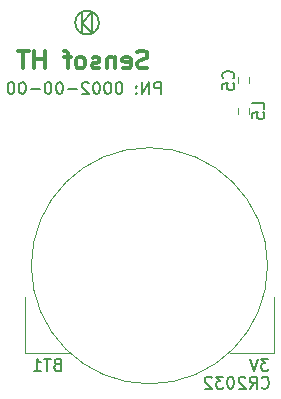
<source format=gbr>
G04 #@! TF.FileFunction,Legend,Bot*
%FSLAX46Y46*%
G04 Gerber Fmt 4.6, Leading zero omitted, Abs format (unit mm)*
G04 Created by KiCad (PCBNEW 4.0.7-e2-6376~58~ubuntu16.04.1) date Sat Jul  7 10:01:01 2018*
%MOMM*%
%LPD*%
G01*
G04 APERTURE LIST*
%ADD10C,0.100000*%
%ADD11C,0.150000*%
%ADD12C,0.300000*%
%ADD13C,0.120000*%
%ADD14C,0.050000*%
%ADD15C,0.200000*%
G04 APERTURE END LIST*
D10*
D11*
X152492381Y-86752381D02*
X152492381Y-85752381D01*
X152111428Y-85752381D01*
X152016190Y-85800000D01*
X151968571Y-85847619D01*
X151920952Y-85942857D01*
X151920952Y-86085714D01*
X151968571Y-86180952D01*
X152016190Y-86228571D01*
X152111428Y-86276190D01*
X152492381Y-86276190D01*
X151492381Y-86752381D02*
X151492381Y-85752381D01*
X150920952Y-86752381D01*
X150920952Y-85752381D01*
X150444762Y-86657143D02*
X150397143Y-86704762D01*
X150444762Y-86752381D01*
X150492381Y-86704762D01*
X150444762Y-86657143D01*
X150444762Y-86752381D01*
X150444762Y-86133333D02*
X150397143Y-86180952D01*
X150444762Y-86228571D01*
X150492381Y-86180952D01*
X150444762Y-86133333D01*
X150444762Y-86228571D01*
X149016191Y-85752381D02*
X148920952Y-85752381D01*
X148825714Y-85800000D01*
X148778095Y-85847619D01*
X148730476Y-85942857D01*
X148682857Y-86133333D01*
X148682857Y-86371429D01*
X148730476Y-86561905D01*
X148778095Y-86657143D01*
X148825714Y-86704762D01*
X148920952Y-86752381D01*
X149016191Y-86752381D01*
X149111429Y-86704762D01*
X149159048Y-86657143D01*
X149206667Y-86561905D01*
X149254286Y-86371429D01*
X149254286Y-86133333D01*
X149206667Y-85942857D01*
X149159048Y-85847619D01*
X149111429Y-85800000D01*
X149016191Y-85752381D01*
X148063810Y-85752381D02*
X147968571Y-85752381D01*
X147873333Y-85800000D01*
X147825714Y-85847619D01*
X147778095Y-85942857D01*
X147730476Y-86133333D01*
X147730476Y-86371429D01*
X147778095Y-86561905D01*
X147825714Y-86657143D01*
X147873333Y-86704762D01*
X147968571Y-86752381D01*
X148063810Y-86752381D01*
X148159048Y-86704762D01*
X148206667Y-86657143D01*
X148254286Y-86561905D01*
X148301905Y-86371429D01*
X148301905Y-86133333D01*
X148254286Y-85942857D01*
X148206667Y-85847619D01*
X148159048Y-85800000D01*
X148063810Y-85752381D01*
X147111429Y-85752381D02*
X147016190Y-85752381D01*
X146920952Y-85800000D01*
X146873333Y-85847619D01*
X146825714Y-85942857D01*
X146778095Y-86133333D01*
X146778095Y-86371429D01*
X146825714Y-86561905D01*
X146873333Y-86657143D01*
X146920952Y-86704762D01*
X147016190Y-86752381D01*
X147111429Y-86752381D01*
X147206667Y-86704762D01*
X147254286Y-86657143D01*
X147301905Y-86561905D01*
X147349524Y-86371429D01*
X147349524Y-86133333D01*
X147301905Y-85942857D01*
X147254286Y-85847619D01*
X147206667Y-85800000D01*
X147111429Y-85752381D01*
X146397143Y-85847619D02*
X146349524Y-85800000D01*
X146254286Y-85752381D01*
X146016190Y-85752381D01*
X145920952Y-85800000D01*
X145873333Y-85847619D01*
X145825714Y-85942857D01*
X145825714Y-86038095D01*
X145873333Y-86180952D01*
X146444762Y-86752381D01*
X145825714Y-86752381D01*
X145397143Y-86371429D02*
X144635238Y-86371429D01*
X143968572Y-85752381D02*
X143873333Y-85752381D01*
X143778095Y-85800000D01*
X143730476Y-85847619D01*
X143682857Y-85942857D01*
X143635238Y-86133333D01*
X143635238Y-86371429D01*
X143682857Y-86561905D01*
X143730476Y-86657143D01*
X143778095Y-86704762D01*
X143873333Y-86752381D01*
X143968572Y-86752381D01*
X144063810Y-86704762D01*
X144111429Y-86657143D01*
X144159048Y-86561905D01*
X144206667Y-86371429D01*
X144206667Y-86133333D01*
X144159048Y-85942857D01*
X144111429Y-85847619D01*
X144063810Y-85800000D01*
X143968572Y-85752381D01*
X143016191Y-85752381D02*
X142920952Y-85752381D01*
X142825714Y-85800000D01*
X142778095Y-85847619D01*
X142730476Y-85942857D01*
X142682857Y-86133333D01*
X142682857Y-86371429D01*
X142730476Y-86561905D01*
X142778095Y-86657143D01*
X142825714Y-86704762D01*
X142920952Y-86752381D01*
X143016191Y-86752381D01*
X143111429Y-86704762D01*
X143159048Y-86657143D01*
X143206667Y-86561905D01*
X143254286Y-86371429D01*
X143254286Y-86133333D01*
X143206667Y-85942857D01*
X143159048Y-85847619D01*
X143111429Y-85800000D01*
X143016191Y-85752381D01*
X142254286Y-86371429D02*
X141492381Y-86371429D01*
X140825715Y-85752381D02*
X140730476Y-85752381D01*
X140635238Y-85800000D01*
X140587619Y-85847619D01*
X140540000Y-85942857D01*
X140492381Y-86133333D01*
X140492381Y-86371429D01*
X140540000Y-86561905D01*
X140587619Y-86657143D01*
X140635238Y-86704762D01*
X140730476Y-86752381D01*
X140825715Y-86752381D01*
X140920953Y-86704762D01*
X140968572Y-86657143D01*
X141016191Y-86561905D01*
X141063810Y-86371429D01*
X141063810Y-86133333D01*
X141016191Y-85942857D01*
X140968572Y-85847619D01*
X140920953Y-85800000D01*
X140825715Y-85752381D01*
X139873334Y-85752381D02*
X139778095Y-85752381D01*
X139682857Y-85800000D01*
X139635238Y-85847619D01*
X139587619Y-85942857D01*
X139540000Y-86133333D01*
X139540000Y-86371429D01*
X139587619Y-86561905D01*
X139635238Y-86657143D01*
X139682857Y-86704762D01*
X139778095Y-86752381D01*
X139873334Y-86752381D01*
X139968572Y-86704762D01*
X140016191Y-86657143D01*
X140063810Y-86561905D01*
X140111429Y-86371429D01*
X140111429Y-86133333D01*
X140063810Y-85942857D01*
X140016191Y-85847619D01*
X139968572Y-85800000D01*
X139873334Y-85752381D01*
D12*
X151382857Y-84537143D02*
X151168571Y-84608571D01*
X150811428Y-84608571D01*
X150668571Y-84537143D01*
X150597142Y-84465714D01*
X150525714Y-84322857D01*
X150525714Y-84180000D01*
X150597142Y-84037143D01*
X150668571Y-83965714D01*
X150811428Y-83894286D01*
X151097142Y-83822857D01*
X151240000Y-83751429D01*
X151311428Y-83680000D01*
X151382857Y-83537143D01*
X151382857Y-83394286D01*
X151311428Y-83251429D01*
X151240000Y-83180000D01*
X151097142Y-83108571D01*
X150740000Y-83108571D01*
X150525714Y-83180000D01*
X149311429Y-84537143D02*
X149454286Y-84608571D01*
X149740000Y-84608571D01*
X149882857Y-84537143D01*
X149954286Y-84394286D01*
X149954286Y-83822857D01*
X149882857Y-83680000D01*
X149740000Y-83608571D01*
X149454286Y-83608571D01*
X149311429Y-83680000D01*
X149240000Y-83822857D01*
X149240000Y-83965714D01*
X149954286Y-84108571D01*
X148597143Y-83608571D02*
X148597143Y-84608571D01*
X148597143Y-83751429D02*
X148525715Y-83680000D01*
X148382857Y-83608571D01*
X148168572Y-83608571D01*
X148025715Y-83680000D01*
X147954286Y-83822857D01*
X147954286Y-84608571D01*
X147311429Y-84537143D02*
X147168572Y-84608571D01*
X146882857Y-84608571D01*
X146740000Y-84537143D01*
X146668572Y-84394286D01*
X146668572Y-84322857D01*
X146740000Y-84180000D01*
X146882857Y-84108571D01*
X147097143Y-84108571D01*
X147240000Y-84037143D01*
X147311429Y-83894286D01*
X147311429Y-83822857D01*
X147240000Y-83680000D01*
X147097143Y-83608571D01*
X146882857Y-83608571D01*
X146740000Y-83680000D01*
X145811428Y-84608571D02*
X145954286Y-84537143D01*
X146025714Y-84465714D01*
X146097143Y-84322857D01*
X146097143Y-83894286D01*
X146025714Y-83751429D01*
X145954286Y-83680000D01*
X145811428Y-83608571D01*
X145597143Y-83608571D01*
X145454286Y-83680000D01*
X145382857Y-83751429D01*
X145311428Y-83894286D01*
X145311428Y-84322857D01*
X145382857Y-84465714D01*
X145454286Y-84537143D01*
X145597143Y-84608571D01*
X145811428Y-84608571D01*
X144882857Y-83608571D02*
X144311428Y-83608571D01*
X144668571Y-84608571D02*
X144668571Y-83322857D01*
X144597143Y-83180000D01*
X144454285Y-83108571D01*
X144311428Y-83108571D01*
X142668571Y-84608571D02*
X142668571Y-83108571D01*
X142668571Y-83822857D02*
X141811428Y-83822857D01*
X141811428Y-84608571D02*
X141811428Y-83108571D01*
X141311428Y-83108571D02*
X140454285Y-83108571D01*
X140882856Y-84608571D02*
X140882856Y-83108571D01*
D13*
X159070000Y-85870000D02*
X159070000Y-85370000D01*
X160010000Y-85370000D02*
X160010000Y-85870000D01*
X160010000Y-87950000D02*
X160010000Y-88450000D01*
X159070000Y-88450000D02*
X159070000Y-87950000D01*
D14*
X141000000Y-103935000D02*
X141000000Y-108660000D01*
X141000000Y-108660000D02*
X144750000Y-108660000D01*
X162100000Y-103935000D02*
X162100000Y-108660000D01*
X162100000Y-108660000D02*
X158350000Y-108660000D01*
X161550000Y-101310000D02*
G75*
G03X161550000Y-101310000I-10000000J0D01*
G01*
D15*
X145820000Y-79830000D02*
X145820000Y-81630000D01*
X145820000Y-80730000D02*
X146720000Y-79830000D01*
X146720000Y-79830000D02*
X146720000Y-81630000D01*
X146720000Y-81630000D02*
X145820000Y-80730000D01*
X147270000Y-80730000D02*
G75*
G03X147270000Y-80730000I-1000000J0D01*
G01*
D11*
X158627143Y-85453334D02*
X158674762Y-85405715D01*
X158722381Y-85262858D01*
X158722381Y-85167620D01*
X158674762Y-85024762D01*
X158579524Y-84929524D01*
X158484286Y-84881905D01*
X158293810Y-84834286D01*
X158150952Y-84834286D01*
X157960476Y-84881905D01*
X157865238Y-84929524D01*
X157770000Y-85024762D01*
X157722381Y-85167620D01*
X157722381Y-85262858D01*
X157770000Y-85405715D01*
X157817619Y-85453334D01*
X157722381Y-86358096D02*
X157722381Y-85881905D01*
X158198571Y-85834286D01*
X158150952Y-85881905D01*
X158103333Y-85977143D01*
X158103333Y-86215239D01*
X158150952Y-86310477D01*
X158198571Y-86358096D01*
X158293810Y-86405715D01*
X158531905Y-86405715D01*
X158627143Y-86358096D01*
X158674762Y-86310477D01*
X158722381Y-86215239D01*
X158722381Y-85977143D01*
X158674762Y-85881905D01*
X158627143Y-85834286D01*
X161262381Y-88033334D02*
X161262381Y-87557143D01*
X160262381Y-87557143D01*
X160262381Y-88842858D02*
X160262381Y-88366667D01*
X160738571Y-88319048D01*
X160690952Y-88366667D01*
X160643333Y-88461905D01*
X160643333Y-88700001D01*
X160690952Y-88795239D01*
X160738571Y-88842858D01*
X160833810Y-88890477D01*
X161071905Y-88890477D01*
X161167143Y-88842858D01*
X161214762Y-88795239D01*
X161262381Y-88700001D01*
X161262381Y-88461905D01*
X161214762Y-88366667D01*
X161167143Y-88319048D01*
X143710714Y-109663571D02*
X143567857Y-109711190D01*
X143520238Y-109758810D01*
X143472619Y-109854048D01*
X143472619Y-109996905D01*
X143520238Y-110092143D01*
X143567857Y-110139762D01*
X143663095Y-110187381D01*
X144044048Y-110187381D01*
X144044048Y-109187381D01*
X143710714Y-109187381D01*
X143615476Y-109235000D01*
X143567857Y-109282619D01*
X143520238Y-109377857D01*
X143520238Y-109473095D01*
X143567857Y-109568333D01*
X143615476Y-109615952D01*
X143710714Y-109663571D01*
X144044048Y-109663571D01*
X143186905Y-109187381D02*
X142615476Y-109187381D01*
X142901191Y-110187381D02*
X142901191Y-109187381D01*
X141758333Y-110187381D02*
X142329762Y-110187381D01*
X142044048Y-110187381D02*
X142044048Y-109187381D01*
X142139286Y-109330238D01*
X142234524Y-109425476D01*
X142329762Y-109473095D01*
X161611905Y-109187381D02*
X160992857Y-109187381D01*
X161326191Y-109568333D01*
X161183333Y-109568333D01*
X161088095Y-109615952D01*
X161040476Y-109663571D01*
X160992857Y-109758810D01*
X160992857Y-109996905D01*
X161040476Y-110092143D01*
X161088095Y-110139762D01*
X161183333Y-110187381D01*
X161469048Y-110187381D01*
X161564286Y-110139762D01*
X161611905Y-110092143D01*
X160707143Y-109187381D02*
X160373810Y-110187381D01*
X160040476Y-109187381D01*
X161045238Y-111617143D02*
X161092857Y-111664762D01*
X161235714Y-111712381D01*
X161330952Y-111712381D01*
X161473810Y-111664762D01*
X161569048Y-111569524D01*
X161616667Y-111474286D01*
X161664286Y-111283810D01*
X161664286Y-111140952D01*
X161616667Y-110950476D01*
X161569048Y-110855238D01*
X161473810Y-110760000D01*
X161330952Y-110712381D01*
X161235714Y-110712381D01*
X161092857Y-110760000D01*
X161045238Y-110807619D01*
X160045238Y-111712381D02*
X160378572Y-111236190D01*
X160616667Y-111712381D02*
X160616667Y-110712381D01*
X160235714Y-110712381D01*
X160140476Y-110760000D01*
X160092857Y-110807619D01*
X160045238Y-110902857D01*
X160045238Y-111045714D01*
X160092857Y-111140952D01*
X160140476Y-111188571D01*
X160235714Y-111236190D01*
X160616667Y-111236190D01*
X159664286Y-110807619D02*
X159616667Y-110760000D01*
X159521429Y-110712381D01*
X159283333Y-110712381D01*
X159188095Y-110760000D01*
X159140476Y-110807619D01*
X159092857Y-110902857D01*
X159092857Y-110998095D01*
X159140476Y-111140952D01*
X159711905Y-111712381D01*
X159092857Y-111712381D01*
X158473810Y-110712381D02*
X158378571Y-110712381D01*
X158283333Y-110760000D01*
X158235714Y-110807619D01*
X158188095Y-110902857D01*
X158140476Y-111093333D01*
X158140476Y-111331429D01*
X158188095Y-111521905D01*
X158235714Y-111617143D01*
X158283333Y-111664762D01*
X158378571Y-111712381D01*
X158473810Y-111712381D01*
X158569048Y-111664762D01*
X158616667Y-111617143D01*
X158664286Y-111521905D01*
X158711905Y-111331429D01*
X158711905Y-111093333D01*
X158664286Y-110902857D01*
X158616667Y-110807619D01*
X158569048Y-110760000D01*
X158473810Y-110712381D01*
X157807143Y-110712381D02*
X157188095Y-110712381D01*
X157521429Y-111093333D01*
X157378571Y-111093333D01*
X157283333Y-111140952D01*
X157235714Y-111188571D01*
X157188095Y-111283810D01*
X157188095Y-111521905D01*
X157235714Y-111617143D01*
X157283333Y-111664762D01*
X157378571Y-111712381D01*
X157664286Y-111712381D01*
X157759524Y-111664762D01*
X157807143Y-111617143D01*
X156807143Y-110807619D02*
X156759524Y-110760000D01*
X156664286Y-110712381D01*
X156426190Y-110712381D01*
X156330952Y-110760000D01*
X156283333Y-110807619D01*
X156235714Y-110902857D01*
X156235714Y-110998095D01*
X156283333Y-111140952D01*
X156854762Y-111712381D01*
X156235714Y-111712381D01*
M02*

</source>
